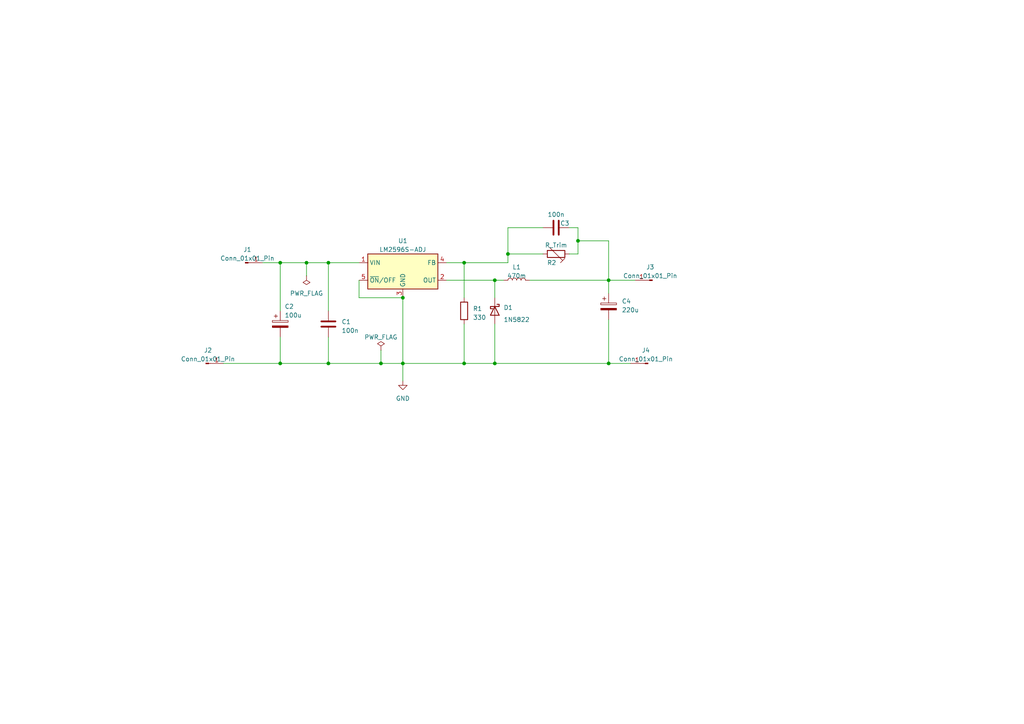
<source format=kicad_sch>
(kicad_sch (version 20230121) (generator eeschema)
  (paper "A4")
  (lib_symbols
    (symbol "Connector:Conn_01x01_Pin" (pin_names (offset 1.016) hide)
      (property "Reference" "J" (at 0 2.54 0))
      (property "Value" "Conn_01x01_Pin" (at 0 -2.54 0))
      (symbol "Conn_01x01_Pin_1_1"
        (polyline (pts (xy 1.27 0) (xy 0.8636 0)) (stroke (width 0.1524)))
        (rectangle (start 0.8636 0.127) (end 0 -0.127) (stroke (width 0.1524)) (fill (type outline)))
        (pin passive line (at 5.08 0 180) (length 3.81) (name "Pin_1") (number "1"))
      )
    )
    (symbol "Device:C" (pin_numbers hide) (pin_names (offset 0.254))
      (property "Reference" "C" (at 0.635 2.54 0))
      (property "Value" "C" (at 0.635 -2.54 0))
      (symbol "C_0_1"
        (polyline (pts (xy -2.032 -0.762) (xy 2.032 -0.762)) (stroke (width 0.508)))
        (polyline (pts (xy -2.032 0.762) (xy 2.032 0.762)) (stroke (width 0.508)))
      )
      (symbol "C_1_1"
        (pin passive line (at 0 3.81 270) (length 2.794) (name "~") (number "1"))
        (pin passive line (at 0 -3.81 90) (length 2.794) (name "~") (number "2"))
      )
    )
    (symbol "Device:C_Polarized" (pin_numbers hide) (pin_names (offset 0.254))
      (property "Reference" "C" (at 0.635 2.54 0))
      (property "Value" "C_Polarized" (at 0.635 -2.54 0))
      (symbol "C_Polarized_0_1"
        (rectangle (start -2.286 0.508) (end 2.286 1.016))
        (polyline (pts (xy -1.778 2.286) (xy -0.762 2.286)))
        (polyline (pts (xy -1.27 2.794) (xy -1.27 1.778)))
        (rectangle (start 2.286 -0.508) (end -2.286 -1.016) (fill (type outline)))
      )
      (symbol "C_Polarized_1_1"
        (pin passive line (at 0 3.81 270) (length 2.794) (name "~") (number "1"))
        (pin passive line (at 0 -3.81 90) (length 2.794) (name "~") (number "2"))
      )
    )
    (symbol "Device:L" (pin_numbers hide) (pin_names (offset 1.016) hide)
      (property "Reference" "L" (at -1.27 0 90))
      (property "Value" "L" (at 1.905 0 90))
      (symbol "L_0_1"
        (arc (start 0 -2.54) (mid 0.6323 -1.905) (end 0 -1.27))
        (arc (start 0 -1.27) (mid 0.6323 -0.635) (end 0 0))
        (arc (start 0 0) (mid 0.6323 0.635) (end 0 1.27))
        (arc (start 0 1.27) (mid 0.6323 1.905) (end 0 2.54))
      )
      (symbol "L_1_1"
        (pin passive line (at 0 3.81 270) (length 1.27) (name "1") (number "1"))
        (pin passive line (at 0 -3.81 90) (length 1.27) (name "2") (number "2"))
      )
    )
    (symbol "Device:R" (pin_numbers hide) (pin_names (offset 0))
      (property "Reference" "R" (at 2.032 0 90))
      (property "Value" "R" (at 0 0 90))
      (symbol "R_0_1"
        (rectangle (start -1.016 -2.54) (end 1.016 2.54) (stroke (width 0.254)))
      )
      (symbol "R_1_1"
        (pin passive line (at 0 3.81 270) (length 1.27) (name "~") (number "1"))
        (pin passive line (at 0 -3.81 90) (length 1.27) (name "~") (number "2"))
      )
    )
    (symbol "Device:R_Trim" (pin_numbers hide) (pin_names (offset 0))
      (property "Reference" "R" (at 2.54 -2.54 90))
      (property "Value" "R_Trim" (at -2.54 -0.635 90))
      (symbol "R_Trim_0_1"
        (rectangle (start -1.016 -2.54) (end 1.016 2.54) (stroke (width 0.254)))
        (polyline (pts (xy -1.905 -1.905) (xy 1.905 1.905) (xy 2.54 1.27) (xy 1.27 2.54)))
      )
      (symbol "R_Trim_1_1"
        (pin passive line (at 0 3.81 270) (length 1.27) (name "~") (number "1"))
        (pin passive line (at 0 -3.81 90) (length 1.27) (name "~") (number "2"))
      )
    )
    (symbol "Diode:1N5822" (pin_numbers hide) (pin_names (offset 1.016) hide)
      (property "Reference" "D" (at 0 2.54 0))
      (property "Value" "1N5822" (at 0 -2.54 0))
      (symbol "1N5822_0_1"
        (polyline (pts (xy 1.27 0) (xy -1.27 0)))
        (polyline (pts (xy 1.27 1.27) (xy 1.27 -1.27) (xy -1.27 0) (xy 1.27 1.27)) (stroke (width 0.254)))
        (polyline (pts (xy -1.905 0.635) (xy -1.905 1.27) (xy -1.27 1.27) (xy -1.27 -1.27) (xy -0.635 -1.27) (xy -0.635 -0.635)) (stroke (width 0.254)))
      )
      (symbol "1N5822_1_1"
        (pin passive line (at -3.81 0 0) (length 2.54) (name "K") (number "1"))
        (pin passive line (at 3.81 0 180) (length 2.54) (name "A") (number "2"))
      )
    )
    (symbol "Regulator_Switching:LM2596S-ADJ"
      (property "Reference" "U" (at -10.16 6.35 0))
      (property "Value" "LM2596S-ADJ" (at 0 6.35 0))
      (symbol "LM2596S-ADJ_0_1"
        (rectangle (start -10.16 5.08) (end 10.16 -5.08) (stroke (width 0.254)) (fill (type background)))
      )
      (symbol "LM2596S-ADJ_1_1"
        (pin power_in line (at -12.7 2.54 0) (length 2.54) (name "VIN") (number "1"))
        (pin output line (at 12.7 -2.54 180) (length 2.54) (name "OUT") (number "2"))
        (pin power_in line (at 0 -7.62 90) (length 2.54) (name "GND") (number "3"))
        (pin input line (at 12.7 2.54 180) (length 2.54) (name "FB") (number "4"))
        (pin input line (at -12.7 -2.54 0) (length 2.54) (name "~{ON}/OFF") (number "5"))
      )
    )
    (symbol "power:GND" (power) (pin_names (offset 0))
      (property "Value" "GND" (at 0 -3.81 0))
      (symbol "GND_0_1"
        (polyline (pts (xy 0 0) (xy 0 -1.27) (xy 1.27 -1.27) (xy 0 -2.54) (xy -1.27 -1.27) (xy 0 -1.27)))
      )
      (symbol "GND_1_1"
        (pin power_in line (at 0 0 270) (length 0) hide (name "GND") (number "1"))
      )
    )
    (symbol "power:PWR_FLAG" (power) (pin_numbers hide) (pin_names (offset 0) hide)
      (property "Value" "PWR_FLAG" (at 0 3.81 0))
      (symbol "PWR_FLAG_0_0"
        (pin power_out line (at 0 0 90) (length 0) (name "pwr") (number "1"))
      )
      (symbol "PWR_FLAG_0_1"
        (polyline (pts (xy 0 0) (xy 0 1.27) (xy -1.016 1.905) (xy 0 2.54) (xy 1.016 1.905) (xy 0 1.27)))
      )
    )
  )
  (junction (at 176.53 81.28))
  (junction (at 167.64 69.85))
  (junction (at 110.49 105.41))
  (junction (at 81.28 76.2))
  (junction (at 88.9 76.2))
  (junction (at 116.84 105.41))
  (junction (at 95.25 105.41))
  (junction (at 134.62 105.41))
  (junction (at 81.28 105.41))
  (junction (at 134.62 76.2))
  (junction (at 176.53 105.41))
  (junction (at 147.32 73.66))
  (junction (at 143.51 81.28))
  (junction (at 143.51 105.41))
  (junction (at 116.84 86.36))
  (junction (at 95.25 76.2))
  (wire (pts (xy 143.51 105.41) (xy 176.53 105.41)))
  (wire (pts (xy 95.25 105.41) (xy 110.49 105.41)))
  (wire (pts (xy 64.77 105.41) (xy 81.28 105.41)))
  (wire (pts (xy 129.54 81.28) (xy 143.51 81.28)))
  (wire (pts (xy 147.32 66.04) (xy 157.48 66.04)))
  (wire (pts (xy 81.28 90.17) (xy 81.28 76.2)))
  (wire (pts (xy 143.51 81.28) (xy 146.05 81.28)))
  (wire (pts (xy 176.53 105.41) (xy 182.88 105.41)))
  (wire (pts (xy 176.53 81.28) (xy 184.15 81.28)))
  (wire (pts (xy 134.62 86.36) (xy 134.62 76.2)))
  (wire (pts (xy 95.25 105.41) (xy 95.25 97.79)))
  (wire (pts (xy 95.25 76.2) (xy 104.14 76.2)))
  (wire (pts (xy 116.84 105.41) (xy 134.62 105.41)))
  (wire (pts (xy 147.32 66.04) (xy 147.32 73.66)))
  (wire (pts (xy 176.53 105.41) (xy 176.53 92.71)))
  (wire (pts (xy 134.62 105.41) (xy 143.51 105.41)))
  (wire (pts (xy 167.64 69.85) (xy 176.53 69.85)))
  (wire (pts (xy 167.64 69.85) (xy 167.64 73.66)))
  (wire (pts (xy 76.2 76.2) (xy 81.28 76.2)))
  (wire (pts (xy 134.62 76.2) (xy 129.54 76.2)))
  (wire (pts (xy 143.51 81.28) (xy 143.51 86.36)))
  (wire (pts (xy 116.84 105.41) (xy 116.84 110.49)))
  (wire (pts (xy 157.48 73.66) (xy 147.32 73.66)))
  (wire (pts (xy 104.14 81.28) (xy 104.14 86.36)))
  (wire (pts (xy 167.64 66.04) (xy 167.64 69.85)))
  (wire (pts (xy 110.49 101.6) (xy 110.49 105.41)))
  (wire (pts (xy 81.28 97.79) (xy 81.28 105.41)))
  (wire (pts (xy 88.9 76.2) (xy 95.25 76.2)))
  (wire (pts (xy 153.67 81.28) (xy 176.53 81.28)))
  (wire (pts (xy 110.49 105.41) (xy 116.84 105.41)))
  (wire (pts (xy 165.1 66.04) (xy 167.64 66.04)))
  (wire (pts (xy 147.32 73.66) (xy 147.32 76.2)))
  (wire (pts (xy 81.28 105.41) (xy 95.25 105.41)))
  (wire (pts (xy 176.53 69.85) (xy 176.53 81.28)))
  (wire (pts (xy 176.53 81.28) (xy 176.53 85.09)))
  (wire (pts (xy 116.84 86.36) (xy 116.84 105.41)))
  (wire (pts (xy 104.14 86.36) (xy 116.84 86.36)))
  (wire (pts (xy 88.9 76.2) (xy 88.9 80.01)))
  (wire (pts (xy 95.25 90.17) (xy 95.25 76.2)))
  (wire (pts (xy 167.64 73.66) (xy 165.1 73.66)))
  (wire (pts (xy 134.62 76.2) (xy 147.32 76.2)))
  (wire (pts (xy 143.51 93.98) (xy 143.51 105.41)))
  (wire (pts (xy 134.62 93.98) (xy 134.62 105.41)))
  (wire (pts (xy 81.28 76.2) (xy 88.9 76.2)))
  (symbol (lib_id "Device:C") (at 95.25 93.98 0) (unit 1)
    (property "Reference" "C1" (at 99.06 93.345 0) (effects (justify left)))
    (property "Value" "100n" (at 99.06 95.885 0) (effects (justify left)))
    (property "Footprint" "Capacitor_SMD:C_0603_1608Metric_Pad1.08x0.95mm_HandSolder" (effects hide))
  )
  (symbol (lib_id "Device:C_Polarized") (at 81.28 93.98 0) (unit 1)
    (property "Reference" "C2" (at 82.55 88.9 0) (effects (justify left)))
    (property "Value" "100u" (at 82.55 91.44 0) (effects (justify left)))
    (property "Footprint" "Capacitor_SMD:CP_Elec_8x10" (effects hide))
  )
  (symbol (lib_id "Connector:Conn_01x01_Pin") (at 71.12 76.2 0) (unit 1)
    (property "Reference" "J1" (at 71.755 72.39 0))
    (property "Value" "Conn_01x01_Pin" (at 71.755 74.93 0))
    (property "Footprint" "Connector_Wire:SolderWire-0.5sqmm_1x01_D0.9mm_OD2.1mm" (effects hide))
  )
  (symbol (lib_id "Device:C") (at 161.29 66.04 90) (unit 1)
    (property "Reference" "C3" (at 163.83 64.77 90))
    (property "Value" "100n" (at 161.29 62.23 90))
    (property "Footprint" "Capacitor_SMD:C_0603_1608Metric_Pad1.08x0.95mm_HandSolder" (effects hide))
  )
  (symbol (lib_id "Connector:Conn_01x01_Pin") (at 189.23 81.28 180) (unit 1)
    (property "Reference" "J3" (at 188.595 77.47 0))
    (property "Value" "Conn_01x01_Pin" (at 188.595 80.01 0))
    (property "Footprint" "Connector_Wire:SolderWire-0.5sqmm_1x01_D0.9mm_OD2.1mm" (effects hide))
  )
  (symbol (lib_id "Connector:Conn_01x01_Pin") (at 187.96 105.41 180) (unit 1)
    (property "Reference" "J4" (at 187.325 101.6 0))
    (property "Value" "Conn_01x01_Pin" (at 187.325 104.14 0))
    (property "Footprint" "Connector_Wire:SolderWire-0.5sqmm_1x01_D0.9mm_OD2.1mm" (effects hide))
  )
  (symbol (lib_id "Device:C_Polarized") (at 176.53 88.9 0) (unit 1)
    (property "Reference" "C4" (at 180.34 87.376 0) (effects (justify left)))
    (property "Value" "220u" (at 180.34 89.916 0) (effects (justify left)))
    (property "Footprint" "Capacitor_SMD:CP_Elec_8x10" (effects hide))
  )
  (symbol (lib_id "power:PWR_FLAG") (at 110.49 101.6 0) (unit 1)
    (property "Reference" "#FLG02" (effects hide))
    (property "Value" "PWR_FLAG" (at 110.49 97.79 0))
  )
  (symbol (lib_id "Device:L") (at 149.86 81.28 90) (unit 1)
    (property "Reference" "L1" (at 149.86 77.47 90))
    (property "Value" "470m" (at 149.86 80.01 90))
    (property "Footprint" "Inductor_SMD:L_12x12mm_H6mm" (effects hide))
  )
  (symbol (lib_id "Device:R") (at 134.62 90.17 0) (unit 1)
    (property "Reference" "R1" (at 137.16 89.535 0) (effects (justify left)))
    (property "Value" "330" (at 137.16 92.075 0) (effects (justify left)))
    (property "Footprint" "Resistor_SMD:R_0603_1608Metric_Pad0.98x0.95mm_HandSolder" (effects hide))
  )
  (symbol (lib_id "Device:R_Trim") (at 161.29 73.66 270) (unit 1)
    (property "Reference" "R2" (at 160.02 76.2 90))
    (property "Value" "R_Trim" (at 161.29 71.12 90))
    (property "Footprint" "Potentiometer_THT:Potentiometer_Bourns_3296Y_Vertical" (effects hide))
  )
  (symbol (lib_id "power:PWR_FLAG") (at 88.9 80.01 180) (unit 1)
    (property "Reference" "#FLG01" (effects hide))
    (property "Value" "PWR_FLAG" (at 88.9 85.09 0))
  )
  (symbol (lib_id "Diode:1N5822") (at 143.51 90.17 270) (unit 1)
    (property "Reference" "D1" (at 146.05 89.2175 90) (effects (justify left)))
    (property "Value" "1N5822" (at 146.05 92.71 90) (effects (justify left)))
    (property "Footprint" "Diode_SMD:D_1206_3216Metric" (effects hide))
    (property "Datasheet" "http://www.vishay.com/docs/88526/1n5820.pdf" (effects hide))
  )
  (symbol (lib_id "Regulator_Switching:LM2596S-ADJ") (at 116.84 78.74 0) (unit 1)
    (property "Reference" "U1" (at 116.84 69.85 0))
    (property "Value" "LM2596S-ADJ" (at 116.84 72.39 0))
    (property "Footprint" "Package_TO_SOT_SMD:TO-263-5_TabPin3" (effects hide))
    (property "Datasheet" "http://www.ti.com/lit/ds/symlink/lm2596.pdf" (effects hide))
  )
  (symbol (lib_id "power:GND") (at 116.84 110.49 0) (unit 1)
    (property "Reference" "#PWR01" (effects hide))
    (property "Value" "GND" (at 116.84 115.57 0))
  )
  (symbol (lib_id "Connector:Conn_01x01_Pin") (at 59.69 105.41 0) (unit 1)
    (property "Reference" "J2" (at 60.325 101.6 0))
    (property "Value" "Conn_01x01_Pin" (at 60.325 104.14 0))
    (property "Footprint" "Connector_Wire:SolderWire-0.5sqmm_1x01_D0.9mm_OD2.1mm" (effects hide))
  )
)
</source>
